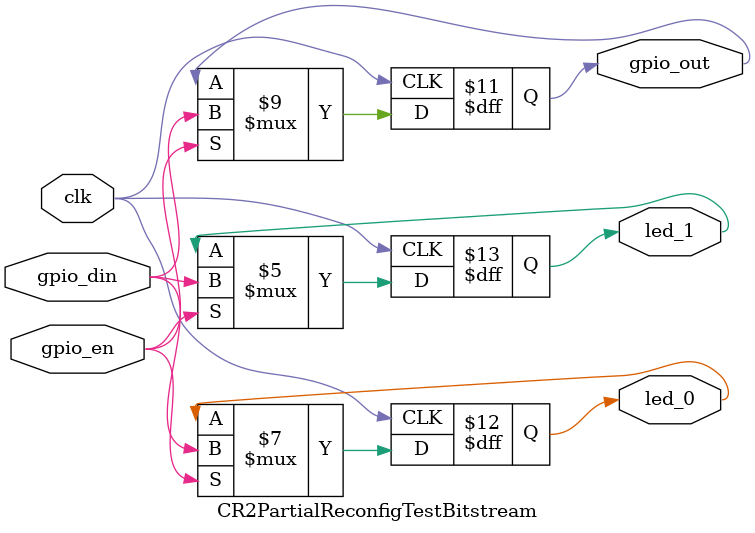
<source format=v>
`timescale 1ns / 1ps
/***********************************************************************************************************************
*                                                                                                                      *
* ANTIKERNEL v0.1                                                                                                      *
*                                                                                                                      *
* Copyright (c) 2012-2016 Andrew D. Zonenberg                                                                          *
* All rights reserved.                                                                                                 *
*                                                                                                                      *
* Redistribution and use in source and binary forms, with or without modification, are permitted provided that the     *
* following conditions are met:                                                                                        *
*                                                                                                                      *
*    * Redistributions of source code must retain the above copyright notice, this list of conditions, and the         *
*      following disclaimer.                                                                                           *
*                                                                                                                      *
*    * Redistributions in binary form must reproduce the above copyright notice, this list of conditions and the       *
*      following disclaimer in the documentation and/or other materials provided with the distribution.                *
*                                                                                                                      *
*    * Neither the name of the author nor the names of any contributors may be used to endorse or promote products     *
*      derived from this software without specific prior written permission.                                           *
*                                                                                                                      *
* THIS SOFTWARE IS PROVIDED BY THE AUTHORS "AS IS" AND ANY EXPRESS OR IMPLIED WARRANTIES, INCLUDING, BUT NOT LIMITED   *
* TO, THE IMPLIED WARRANTIES OF MERCHANTABILITY AND FITNESS FOR A PARTICULAR PURPOSE ARE DISCLAIMED. IN NO EVENT SHALL *
* THE AUTHORS BE HELD LIABLE FOR ANY DIRECT, INDIRECT, INCIDENTAL, SPECIAL, EXEMPLARY, OR CONSEQUENTIAL DAMAGES        *
* (INCLUDING, BUT NOT LIMITED TO, PROCUREMENT OF SUBSTITUTE GOODS OR SERVICES; LOSS OF USE, DATA, OR PROFITS; OR       *
* BUSINESS INTERRUPTION) HOWEVER CAUSED AND ON ANY THEORY OF LIABILITY, WHETHER IN CONTRACT, STRICT LIABILITY, OR TORT *
* (INCLUDING NEGLIGENCE OR OTHERWISE) ARISING IN ANY WAY OUT OF THE USE OF THIS SOFTWARE, EVEN IF ADVISED OF THE       *
* POSSIBILITY OF SUCH DAMAGE.                                                                                          *
*                                                                                                                      *
***********************************************************************************************************************/

/**
	@file
	@author Andrew D. Zonenberg
	@brief Test bitstream for CR-II dev board. Simple loopback with two inverted and one non-inverted output.
 */

module CR2PartialReconfigTestBitstream(clk, gpio_en, gpio_din, gpio_out, led_0, led_1);
	
	input wire clk;
	input wire gpio_en;
	input wire gpio_din;
	
	output reg gpio_out = 0;
	output reg led_0 = 0;
	output reg led_1 = 0;
	
	always @(posedge clk) begin
		
		//Latch GPIO output
		if(gpio_en) begin
			led_0 <= gpio_din;
			led_1 <= gpio_din;
			gpio_out <= gpio_din;
		end
		
	end
	
endmodule

</source>
